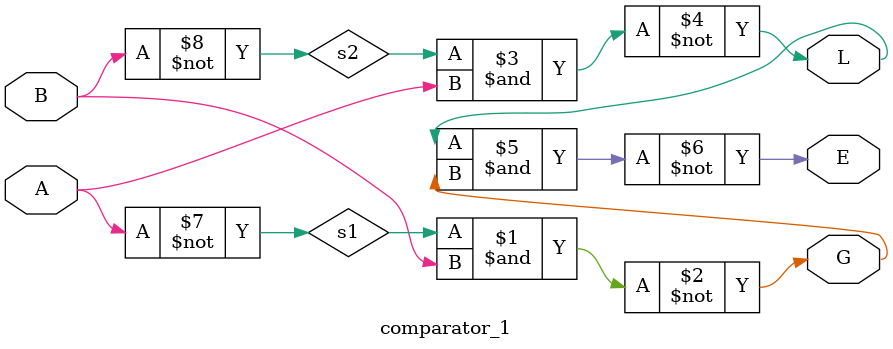
<source format=v>
/*************************************************
*	Sean Webster
*	ADSD - Summer 2016 - Martin Margala
*	Homework 1
*
*	1_comparator.v				
*
*	A single 1 bit comparator comprised of 2 inverters 
*	and 3 NAND gates
*	
*	2 inputs: 	A and B
*	3 outputs:	
**************************************************/

module comparator_1(A, B, L, E, G);
	input A, B;	// 2 bits to be compared
	output L, E, G;	//
	wire s1, s2;

	not X1(s1, A);
	not X2 (s2, B);
	nand X3 (G, s1, B);
	nand X4 (L, s2, A);
	nand X5 (E, L, G);


endmodule

</source>
